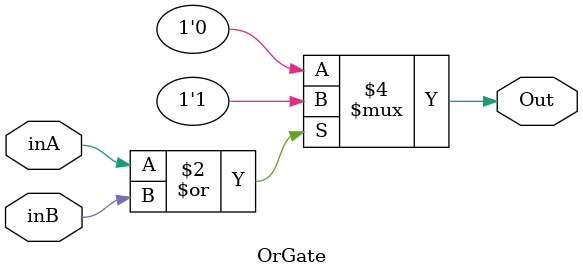
<source format=v>
`timescale 1ns / 1ps
module OrGate(
		input inA,
		input inB,
		output reg Out
		);	
		
		always@(inA,inB)begin
			if(inA | inB)begin
				Out <=1;
			end
			
			else begin
				Out <= 0;
			end
		end


endmodule

</source>
